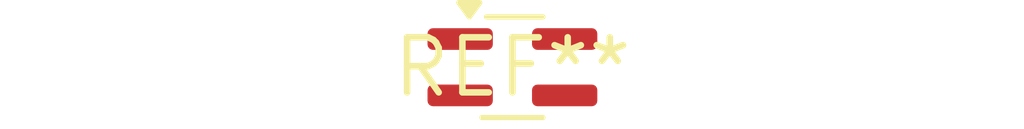
<source format=kicad_pcb>
(kicad_pcb (version 20240108) (generator pcbnew)
  (layers (0 "F.Cu" signal) (31 "B.Cu" signal) (34 "B.Paste" user) (35 "F.Paste" user) (36 "B.SilkS" user "B.Silkscreen") (37 "F.SilkS" user "F.Silkscreen") (38 "B.Mask" user) (39 "F.Mask" user) (44 "Edge.Cuts" user))
  (net 0 "")
  (footprint "SC-82AB_Handsoldering" (layer "F.Cu") (at 0 0)
    (property "Reference" "REF**")
    (property "Value" "SC-82AB_Handsoldering")
    (fp_line (start -0.7 1.16) (end 0.7 1.16) (layer "F.SilkS") (stroke (width 0.12)))
    (fp_line (start -0.595 -1.16) (end 0.7 -1.16) (layer "F.SilkS") (stroke (width 0.12)))
    (fp_poly (pts (xy -0.99 -1.16) (xy -0.75 -1.49) (xy -1.23 -1.49) (xy -0.99 -1.16)) (layer "F.SilkS") (stroke (width 0.12)) (fill solid))
    (pad "1" smd roundrect (at -1.2 -0.65) (size 1.5 0.5) (layers "F.Cu" "F.Paste" "F.Mask"))
    (pad "2" smd roundrect (at -1.2 0.65) (size 1.5 0.5) (layers "F.Cu" "F.Paste" "F.Mask"))
    (pad "3" smd roundrect (at 1.2 0.65) (size 1.5 0.5) (layers "F.Cu" "F.Paste" "F.Mask"))
    (pad "4" smd roundrect (at 1.2 -0.65) (size 1.5 0.5) (layers "F.Cu" "F.Paste" "F.Mask"))
  )
)
</source>
